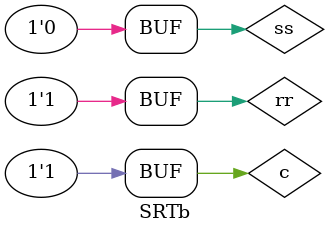
<source format=v>
`timescale 1ns/1ns
module SRTb();
	reg ss=1,rr=1,c=1;
	wire q,qbar;
	SRLatch SR1(ss,rr,c,q,qbar);
	initial begin 
	#100 ss=0;
	#100 c=0;
	#100 ss=1;
	#100 rr=0;
	#100 c=1;
	#100 rr=1;
	#100 ss=0;
	rr=0;
	c=0;
	#100 ss=1;
	c=1;
	#100 ss=0;
	#100 rr=1;
	end 
endmodule

</source>
